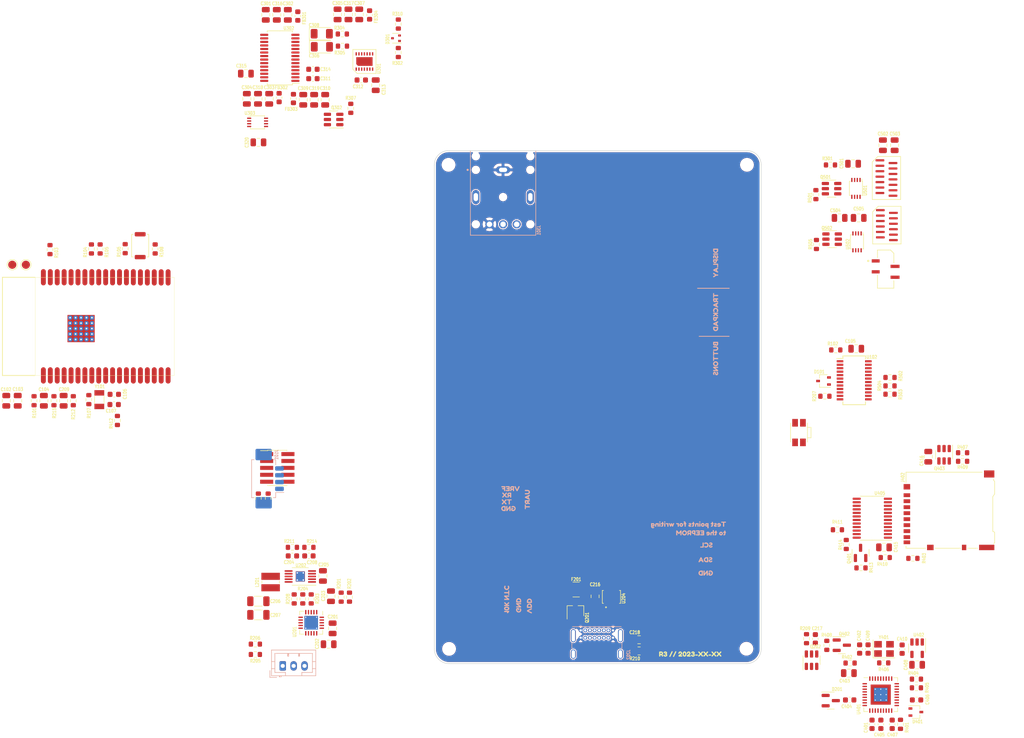
<source format=kicad_pcb>
(kicad_pcb (version 20211014) (generator pcbnew)

  (general
    (thickness 1.566672)
  )

  (paper "A4")
  (layers
    (0 "F.Cu" signal)
    (1 "In1.Cu" signal)
    (2 "In2.Cu" signal)
    (31 "B.Cu" signal)
    (32 "B.Adhes" user "B.Adhesive")
    (33 "F.Adhes" user "F.Adhesive")
    (34 "B.Paste" user)
    (35 "F.Paste" user)
    (36 "B.SilkS" user "B.Silkscreen")
    (37 "F.SilkS" user "F.Silkscreen")
    (38 "B.Mask" user)
    (39 "F.Mask" user)
    (40 "Dwgs.User" user "User.Drawings")
    (41 "Cmts.User" user "User.Comments")
    (42 "Eco1.User" user "User.Eco1")
    (43 "Eco2.User" user "User.Eco2")
    (44 "Edge.Cuts" user)
    (45 "Margin" user)
    (46 "B.CrtYd" user "B.Courtyard")
    (47 "F.CrtYd" user "F.Courtyard")
    (48 "B.Fab" user)
    (49 "F.Fab" user)
    (50 "User.1" user)
    (51 "User.2" user)
    (52 "User.3" user)
    (53 "User.4" user)
    (54 "User.5" user)
    (55 "User.6" user)
    (56 "User.7" user)
    (57 "User.8" user)
    (58 "User.9" user)
  )

  (setup
    (stackup
      (layer "F.SilkS" (type "Top Silk Screen") (color "White"))
      (layer "F.Paste" (type "Top Solder Paste"))
      (layer "F.Mask" (type "Top Solder Mask") (color "Purple") (thickness 0.0254))
      (layer "F.Cu" (type "copper") (thickness 0.04318))
      (layer "dielectric 1" (type "prepreg") (thickness 0.202184) (material "FR408-HR") (epsilon_r 3.69) (loss_tangent 0.0091))
      (layer "In1.Cu" (type "copper") (thickness 0.017272))
      (layer "dielectric 2" (type "core") (thickness 0.9906) (material "FR408-HR") (epsilon_r 3.69) (loss_tangent 0.0091))
      (layer "In2.Cu" (type "copper") (thickness 0.017272))
      (layer "dielectric 3" (type "prepreg") (thickness 0.202184) (material "FR408-HR") (epsilon_r 3.69) (loss_tangent 0.0091))
      (layer "B.Cu" (type "copper") (thickness 0.04318))
      (layer "B.Mask" (type "Bottom Solder Mask") (color "Purple") (thickness 0.0254))
      (layer "B.Paste" (type "Bottom Solder Paste"))
      (layer "B.SilkS" (type "Bottom Silk Screen") (color "White"))
      (copper_finish "ENIG")
      (dielectric_constraints no)
    )
    (pad_to_mask_clearance 0.0508)
    (pcbplotparams
      (layerselection 0x00010fc_ffffffff)
      (disableapertmacros false)
      (usegerberextensions true)
      (usegerberattributes true)
      (usegerberadvancedattributes true)
      (creategerberjobfile true)
      (svguseinch false)
      (svgprecision 6)
      (excludeedgelayer true)
      (plotframeref false)
      (viasonmask false)
      (mode 1)
      (useauxorigin false)
      (hpglpennumber 1)
      (hpglpenspeed 20)
      (hpglpendiameter 15.000000)
      (dxfpolygonmode true)
      (dxfimperialunits true)
      (dxfusepcbnewfont true)
      (psnegative false)
      (psa4output false)
      (plotreference true)
      (plotvalue true)
      (plotinvisibletext false)
      (sketchpadsonfab false)
      (subtractmaskfromsilk false)
      (outputformat 1)
      (mirror false)
      (drillshape 0)
      (scaleselection 1)
      (outputdirectory "gerbers")
    )
  )

  (net 0 "")
  (net 1 "GND")
  (net 2 "Net-(C104-Pad1)")
  (net 3 "Net-(C106-Pad1)")
  (net 4 "Net-(C107-Pad2)")
  (net 5 "BAT")
  (net 6 "Net-(C204-Pad1)")
  (net 7 "SYS_POWER")
  (net 8 "BAT_LEVEL")
  (net 9 "Net-(C315-Pad1)")
  (net 10 "3V3_AUDIO")
  (net 11 "Net-(C306-Pad1)")
  (net 12 "Net-(C306-Pad2)")
  (net 13 "Net-(C308-Pad1)")
  (net 14 "Net-(C308-Pad2)")
  (net 15 "Net-(C311-Pad1)")
  (net 16 "Net-(C311-Pad2)")
  (net 17 "Net-(C312-Pad1)")
  (net 18 "Net-(C314-Pad1)")
  (net 19 "USB_VDD33")
  (net 20 "Net-(C409-Pad1)")
  (net 21 "Net-(C217-Pad1)")
  (net 22 "SD_VDD")
  (net 23 "Net-(C218-Pad1)")
  (net 24 "Net-(D401-Pad1)")
  (net 25 "unconnected-(D401-Pad2)")
  (net 26 "SD_VDD_EN")
  (net 27 "ESP_SCLK")
  (net 28 "ESP_MOSI")
  (net 29 "ESP_MISO")
  (net 30 "DISPLAY_CS")
  (net 31 "NTC")
  (net 32 "~{3.5mm_DETECT}")
  (net 33 "Net-(J301-Pad6)")
  (net 34 "SD_DAT3")
  (net 35 "SD_CMD")
  (net 36 "SD_CLK")
  (net 37 "SD_DAT0")
  (net 38 "SD_DAT1")
  (net 39 "SD_DAT2")
  (net 40 "Net-(C407-Pad1)")
  (net 41 "Net-(L201-Pad1)")
  (net 42 "DISPLAY_EN")
  (net 43 "3V3_AUDIO_EN")
  (net 44 "Net-(C410-Pad2)")
  (net 45 "Net-(R102-Pad2)")
  (net 46 "ESP_SCL")
  (net 47 "ESP_SDA")
  (net 48 "DISPLAY_VDD")
  (net 49 "Net-(R201-Pad2)")
  (net 50 "TOUCH_VDD")
  (net 51 "Net-(R204-Pad2)")
  (net 52 "PROG1")
  (net 53 "PROG3")
  (net 54 "~{CHG_PWR_OK}")
  (net 55 "Net-(R208-Pad2)")
  (net 56 "Net-(D101-Pad1)")
  (net 57 "unconnected-(D101-Pad2)")
  (net 58 "USB_DP")
  (net 59 "Net-(R402-Pad2)")
  (net 60 "USB_DN")
  (net 61 "/Power/VBUS_RAW")
  (net 62 "SD_MUX_SW")
  (net 63 "DAC_SCK")
  (net 64 "DAC_BCK")
  (net 65 "DAC_LRCK")
  (net 66 "JTAG_TMS")
  (net 67 "JTAG_TDI")
  (net 68 "JTAG_TCK")
  (net 69 "unconnected-(U101-Pad17)")
  (net 70 "unconnected-(U101-Pad18)")
  (net 71 "unconnected-(U101-Pad19)")
  (net 72 "unconnected-(U101-Pad20)")
  (net 73 "unconnected-(U101-Pad21)")
  (net 74 "unconnected-(U101-Pad22)")
  (net 75 "JTAG_TDO")
  (net 76 "DAC_DIN")
  (net 77 "unconnected-(U101-Pad32)")
  (net 78 "UART_RXD")
  (net 79 "UART_TXD")
  (net 80 "Net-(J503-Pad2)")
  (net 81 "Net-(FB301-Pad2)")
  (net 82 "Net-(FB302-Pad2)")
  (net 83 "Net-(FB303-Pad2)")
  (net 84 "unconnected-(U401-Pad7)")
  (net 85 "unconnected-(U401-Pad8)")
  (net 86 "Net-(FB304-Pad1)")
  (net 87 "USB_SD_DAT1")
  (net 88 "USB_SD_DAT0")
  (net 89 "Net-(J202-PadA5)")
  (net 90 "unconnected-(J202-PadA8)")
  (net 91 "USB_SD_CLK")
  (net 92 "Net-(J202-PadB5)")
  (net 93 "USB_SD_CMD")
  (net 94 "unconnected-(J202-PadB8)")
  (net 95 "Net-(J401-Pad2)")
  (net 96 "Net-(J401-Pad3)")
  (net 97 "SD_CD")
  (net 98 "Net-(Q201-Pad1)")
  (net 99 "/Power/VBUS_SWITCHED")
  (net 100 "USB_SD_DAT3")
  (net 101 "Net-(Q202-Pad1)")
  (net 102 "USB_SD_DAT2")
  (net 103 "Net-(Q202-Pad3)")
  (net 104 "unconnected-(U405-Pad3)")
  (net 105 "unconnected-(U103-Pad10)")
  (net 106 "Net-(C312-Pad2)")
  (net 107 "Net-(C313-Pad2)")
  (net 108 "Net-(R305-Pad1)")
  (net 109 "Net-(Q202-Pad4)")
  (net 110 "unconnected-(U301-Pad15)")
  (net 111 "Net-(Q401-Pad3)")
  (net 112 "~{USB_STORAGE_EN}")
  (net 113 "unconnected-(U101-Pad27)")
  (net 114 "unconnected-(U101-Pad28)")
  (net 115 "ESP_SD_CS")
  (net 116 "~{SD_VDD_EN_INV}")
  (net 117 "Net-(Q501-Pad3)")
  (net 118 "TOUCH_EN")
  (net 119 "Net-(Q502-Pad3)")
  (net 120 "Net-(R109-Pad1)")
  (net 121 "Net-(R110-Pad1)")
  (net 122 "Net-(R203-Pad2)")
  (net 123 "Net-(R412-Pad1)")
  (net 124 "KEY_LOCK")
  (net 125 "KEY_VOL_UP")
  (net 126 "KEY_VOL_DOWN")
  (net 127 "CHG_STAT1")
  (net 128 "CHG_STAT2")
  (net 129 "unconnected-(U101-Pad10)")
  (net 130 "~{3V3_MODE}")
  (net 131 "~{TOUCH_INT}")
  (net 132 "DISPLAY_DR")
  (net 133 "DISPLAY_LED")
  (net 134 "unconnected-(U204-Pad8)")
  (net 135 "unconnected-(U204-Pad9)")
  (net 136 "DAC_SDA")
  (net 137 "DAC_SCL")
  (net 138 "unconnected-(U401-Pad1)")
  (net 139 "unconnected-(U401-Pad10)")
  (net 140 "unconnected-(U401-Pad12)")
  (net 141 "unconnected-(U401-Pad15)")
  (net 142 "unconnected-(U401-Pad16)")
  (net 143 "unconnected-(U401-Pad17)")
  (net 144 "unconnected-(U401-Pad19)")
  (net 145 "unconnected-(U401-Pad20)")
  (net 146 "unconnected-(U401-Pad24)")
  (net 147 "unconnected-(U401-Pad29)")
  (net 148 "Net-(J501-Pad9)")
  (net 149 "Net-(J501-Pad8)")
  (net 150 "Net-(J502-Pad4)")
  (net 151 "Net-(J502-Pad3)")
  (net 152 "Net-(D301-Pad1)")
  (net 153 "Net-(D301-Pad2)")
  (net 154 "Net-(R302-Pad1)")
  (net 155 "/Power/VBUS_FUSED")
  (net 156 "Net-(R410-Pad1)")
  (net 157 "Net-(R411-Pad2)")
  (net 158 "Net-(C401-Pad1)")
  (net 159 "unconnected-(J501-Pad1)")
  (net 160 "unconnected-(J501-Pad6)")
  (net 161 "unconnected-(J501-Pad14)")
  (net 162 "unconnected-(J502-Pad5)")
  (net 163 "unconnected-(J502-Pad6)")
  (net 164 "unconnected-(J502-Pad7)")
  (net 165 "unconnected-(J502-Pad8)")
  (net 166 "unconnected-(J502-Pad10)")
  (net 167 "unconnected-(J502-Pad11)")
  (net 168 "unconnected-(J502-Pad12)")
  (net 169 "Net-(J503-Pad1)")
  (net 170 "Net-(C402-Pad1)")
  (net 171 "Net-(Q302-Pad3)")
  (net 172 "+3V3")
  (net 173 "unconnected-(U102-Pad14)")
  (net 174 "Net-(J503-Pad3)")

  (footprint "Resistor_SMD:R_0603_1608Metric" (layer "F.Cu") (at 93.125 139.575 90))

  (footprint "Package_SO:MSOP-10-1EP_3x3mm_P0.5mm_EP1.68x1.88mm_ThermalVias" (layer "F.Cu") (at 85.625 135.775 180))

  (footprint "Resistor_SMD:R_0603_1608Metric" (layer "F.Cu") (at 46.810004 103.299994 -90))

  (footprint "Capacitor_SMD:C_0603_1608Metric" (layer "F.Cu") (at 196.075 149.125 90))

  (footprint "Resistor_SMD:R_0603_1608Metric" (layer "F.Cu") (at 79.725 121.385 -90))

  (footprint "footprints:molex-zif-12p" (layer "F.Cu") (at 193.275 71.75 -90))

  (footprint "Capacitor_SMD:C_0603_1608Metric" (layer "F.Cu") (at 84.175 132 180))

  (footprint "Resistor_SMD:R_0603_1608Metric" (layer "F.Cu") (at 84.175 130.425))

  (footprint "MountingHole:MountingHole_2.2mm_M2" (layer "F.Cu") (at 112.925 149.075))

  (footprint "Capacitor_SMD:C_0805_2012Metric" (layer "F.Cu") (at 139.725 139.425 90))

  (footprint "Capacitor_SMD:C_1206_3216Metric" (layer "F.Cu") (at 77.925 142.825 180))

  (footprint "Capacitor_SMD:C_0805_2012Metric" (layer "F.Cu") (at 81.3125 32.625 -90))

  (footprint "Package_DFN_QFN:QFN-20-1EP_4x4mm_P0.5mm_EP2.5x2.5mm_ThermalVias" (layer "F.Cu") (at 87.625 144.275 -90))

  (footprint "Capacitor_SMD:C_0805_2012Metric" (layer "F.Cu") (at 91.55 145.3 -90))

  (footprint "Capacitor_SMD:C_0805_2012Metric" (layer "F.Cu") (at 88.1625 48.225 90))

  (footprint "Capacitor_SMD:C_0805_2012Metric" (layer "F.Cu") (at 184.6 69.925 180))

  (footprint "Capacitor_SMD:C_0805_2012Metric" (layer "F.Cu") (at 77.8625 48.05 90))

  (footprint "Capacitor_SMD:C_0805_2012Metric" (layer "F.Cu") (at 188.1 69.925))

  (footprint "Resistor_SMD:R_0603_1608Metric" (layer "F.Cu") (at 87.625 139.9 -90))

  (footprint "Resistor_SMD:R_0603_1608Metric" (layer "F.Cu") (at 52.060004 107.124994 90))

  (footprint "Package_TO_SOT_SMD:TSOT-23-6" (layer "F.Cu") (at 183.225 73.825))

  (footprint "Capacitor_SMD:C_0805_2012Metric" (layer "F.Cu") (at 90.825 148.225))

  (footprint "Capacitor_SMD:C_0805_2012Metric" (layer "F.Cu") (at 200.875 113.775 90))

  (footprint "Resistor_SMD:R_0603_1608Metric" (layer "F.Cu") (at 182.25 148.425 90))

  (footprint "Resistor_SMD:R_0603_1608Metric" (layer "F.Cu") (at 181.9 102.675 180))

  (footprint "Resistor_SMD:R_0603_1608Metric" (layer "F.Cu") (at 185.825 129.9 -90))

  (footprint "Resistor_SMD:R_0603_1608Metric" (layer "F.Cu") (at 198.05 132.45 180))

  (footprint "Capacitor_SMD:C_0603_1608Metric" (layer "F.Cu") (at 180.15 147.225 90))

  (footprint "Capacitor_SMD:C_0603_1608Metric" (layer "F.Cu") (at 87.9375 42.625))

  (footprint "Capacitor_SMD:C_0805_2012Metric" (layer "F.Cu") (at 186.3 153.525 180))

  (footprint "Package_TO_SOT_SMD:SOT-23" (layer "F.Cu") (at 182.975 158.575))

  (footprint "Package_SO:TSSOP-24_4.4x7.8mm_P0.65mm" (layer "F.Cu") (at 190.6 125.075 180))

  (footprint "Button_Switch_SMD:SW_Push_SPST_NO_Alps_SKRK" (layer "F.Cu") (at 56.235004 75.024994 90))

  (footprint "Capacitor_SMD:C_0805_2012Metric" (layer "F.Cu") (at 92.4625 32.55 -90))

  (footprint "Package_SO:VSSOP-8_2.4x2.1mm_P0.5mm" (layer "F.Cu") (at 187.6 64.5 -90))

  (footprint "Button_Switch_SMD:SW_SPST_EVQP7C" (layer "F.Cu") (at 177.15 109.35 90))

  (footprint "Crystal:Crystal_SMD_3225-4Pin_3.2x2.5mm" (layer "F.Cu") (at 192.75 149.075))

  (footprint "Capacitor_SMD:C_0805_2012Metric" (layer "F.Cu") (at 33.760004 103.499994 -90))

  (footprint "Capacitor_SMD:C_0805_2012Metric" (layer "F.Cu") (at 187.65 93.95 180))

  (footprint "Capacitor_SMD:C_0603_1608Metric" (layer "F.Cu") (at 87.9375 44.35))

  (footprint "Resistor_SMD:R_0603_1608Metric" (layer "F.Cu") (at 36.760004 103.499994 -90))

  (footprint "Resistor_SMD:R_0603_1608Metric" (layer "F.Cu") (at 198.7 156.225))

  (footprint "Resistor_SMD:R_0603_1608Metric" (layer "F.Cu") (at 43.960004 103.499994 90))

  (footprint "Capacitor_SMD:C_0805_2012Metric" (layer "F.Cu") (at 75.6375 43.425 180))

  (footprint "Resistor_SMD:R_0603_1608Metric" (layer "F.Cu") (at 40.410004 103.499994 -90))

  (footprint "Package_SO:SSOP-24_3.9x8.7mm_P0.635mm" (layer "F.Cu") (at 187.275 99.75))

  (footprint "Capacitor_SMD:C_0805_2012Metric" (layer "F.Cu") (at 187.075 59.975))

  (footprint "Inductor_SMD:L_0603_1608Metric" (layer "F.Cu") (at 85.1625 32.85 -90))

  (footprint "Resistor_SMD:R_0603_1608Metric" (layer "F.Cu") (at 188.525 134.2 180))

  (footprint "Package_TO_SOT_SMD:TSOT-23-6" (layer "F.Cu") (at 203.775 113.425 -90))

  (footprint "Capacitor_SMD:C_0805_2012Metric" (layer "F.Cu") (at 147.8 147.4))

  (footprint "Capacitor_SMD:C_0603_1608Metric" (layer "F.Cu") (at 51.485004 102.324994))

  (footprint "Resistor_SMD:R_0603_1608Metric" (layer "F.Cu")
    (tedit 5F68FEEE) (tstamp 5ef70866-f595-47fa-8048-223f0083b6d2)
    (at 87.2 130.425)
    (descr "Resistor SMD 0603 (1608 Metric), square (rectangular) end terminal, IPC_7351 nominal, (Body size source: IPC-SM-782 page 72, https://www.pcb-3d.com/wordpress/wp-content/uploads/ipc-sm-782a_amendment_1_and_2.pdf), generated with kicad-footprint-generator")
    (tags "resistor")
    (property "PN" "AC0603FR-07110KL")
    (property "Sheetfile" "power.kicad_sch")
    (property "Sheetname" "Power")
    (path "/3e1bbe1f-2b0b-4dc2-a25f-c37315228fda/e2f2cfbd-0e5e-4d39-91e7-f97ee8bdb73e")
    (attr smd)
    (fp_text reference "R214" (at 0.55 -1.1 180) (layer "F.SilkS")
      (effects (font (size 0.6 0.5) (thickness 0.125)))
      (tstamp feaae74a-4624-4a0b-90d7-aa87faa71ab9)
    )
    (fp_text value "110k" (at 0 1.43) (layer "F.Fab") hide
      (effects (font (size 1 1) (thickness 0.15)))
      (tstamp bce77ee0-c903-457d-adba-5262e187069a)
    )
    (fp_text user "${REFERENCE}" (at 0 0 unlocked) (layer "F.Fab")
      (effects (font (size 1 1) (thickness 0.15)))
      (tstamp d764841b-8e9b-466b-982c-09e6a8efd8ac)
    )
    (fp_line (start -0.237258 -0.5225) (end 0.237258 -0.5225) (layer "F.SilkS") (width 0.12) (tstamp 22817c3c-cc24-4b14-a3fc-f74c45e7439d))
    (fp_line (start -0.237258 0.5225) (end 0.237258 0.5225) (layer "F.SilkS") (width 0.12) (tstamp b51610ba-a0e0-41c1-b41e-19ca860d2986))
    (fp_line (start -1.48 -0.73) (end 1.48 -0.73) (layer "F.CrtYd") (width 0.05) (tstamp 23ae00ba-27c9-48c8-958c-7d4b3146f4b4))
    (fp_line (start 1.48 0.73) (end -1.48 0.73) (layer "F.CrtYd") (width 0.05) (tstamp 3986f06d-43cd-4cd6-aff4-9ed1b641e97e))
    (fp_line (start 1.48 -0.73) (end 1.48 0.73) (layer 
... [996150 chars truncated]
</source>
